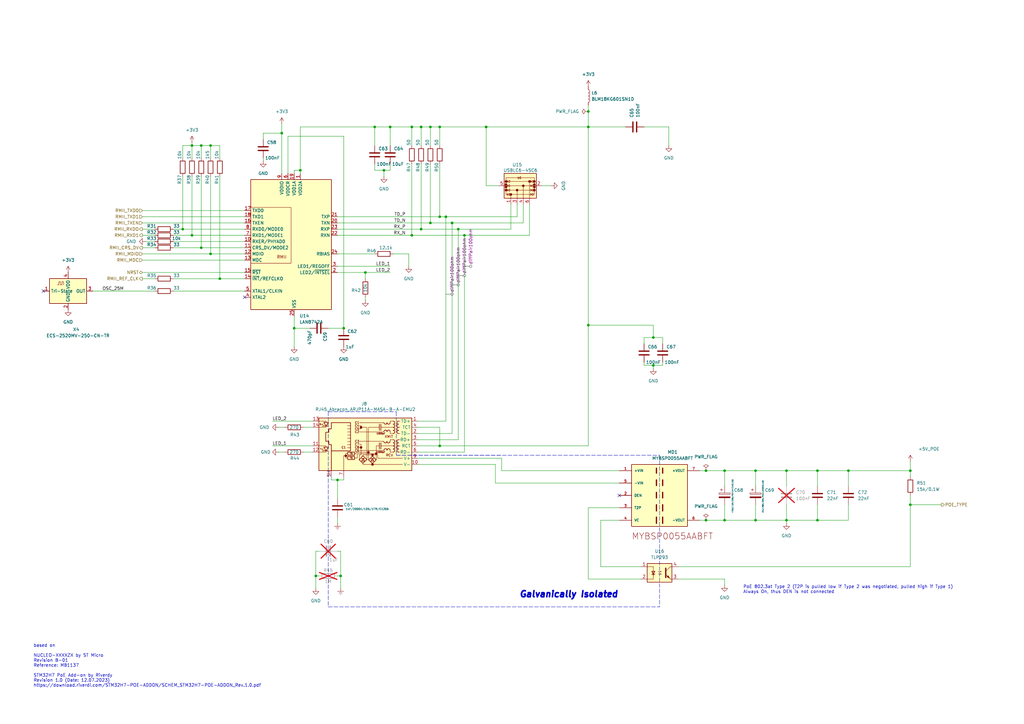
<source format=kicad_sch>
(kicad_sch (version 20231120) (generator "eeschema") (generator_version "8.0")
  (paper "A3")
  (lib_symbols
    (symbol "Connector:RJ45_Abracon_ARJP11A-MASA-B-A-EMU2"
      (property "Reference" "J" (at 18.415 12.7 0))
      (property "Value" "RJ45_Abracon_ARJP11A-MASA-B-A-EMU2" (at -4.445 12.7 0))
      (symbol "RJ45_Abracon_ARJP11A-MASA-B-A-EMU2_0_0"
        (text "C1" (at 4.699 9.525 0) (effects (font (size 0.889 0.889))))
        (text "C1" (at 10.16 -0.635 0) (effects (font (size 0.889 0.889))))
        (text "C2" (at 4.699 5.715 0) (effects (font (size 0.889 0.889))))
        (text "C3" (at 4.699 1.905 0) (effects (font (size 0.889 0.889))))
        (text "C4" (at 4.699 8.255 0) (effects (font (size 0.889 0.889))))
        (text "C5" (at 4.699 6.985 0) (effects (font (size 0.889 0.889))))
        (text "C6" (at 4.699 -1.905 0) (effects (font (size 0.889 0.889))))
        (text "C7" (at 4.699 0.635 0) (effects (font (size 0.889 0.889))))
        (text "C8" (at 4.699 -0.635 0) (effects (font (size 0.889 0.889))))
        (text "RCV" (at -10.16 -3.81 0) (effects (font (size 1.016 1.016)) (justify left)))
        (text "XMIT" (at -10.16 3.81 0) (effects (font (size 1.016 1.016)) (justify left)))
      )
      (symbol "RJ45_Abracon_ARJP11A-MASA-B-A-EMU2_1_0"
        (text "1000pF" (at -5.08 -2.54 0) (effects (font (size 0.635 0.635))))
        (text "1000pF" (at -5.08 5.08 0) (effects (font (size 0.635 0.635))))
      )
      (symbol "RJ45_Abracon_ARJP11A-MASA-B-A-EMU2_1_1"
        (text "75" (at 7.112 -4.953 0) (effects (font (size 0.635 0.635))))
        (text "75" (at 7.112 -3.175 0) (effects (font (size 0.635 0.635))))
        (text "G" (at 19.685 8.89 0) (effects (font (size 0.635 0.635))))
        (text "Y" (at 19.558 -1.27 0) (effects (font (size 0.635 0.635))))
        (pin passive line (at -20.32 10.16 0) (length 2.54) (name "TD+") (number "1"))
        (pin power_out line (at -20.32 -7.62 0) (length 2.54) (name "V-") (number "10"))
        (pin passive line (at 22.86 0 180) (length 2.54) (name "") (number "11"))
        (pin passive line (at 22.86 -2.54 180) (length 2.54) (name "") (number "12"))
        (pin passive line (at 22.86 10.16 180) (length 2.54) (name "") (number "13"))
        (pin passive line (at 22.86 7.62 180) (length 2.54) (name "") (number "14"))
        (pin passive line (at -20.32 5.08 0) (length 2.54) (name "TD-") (number "2"))
        (pin passive line (at -20.32 2.54 0) (length 2.54) (name "RD+") (number "3"))
        (pin passive line (at -20.32 7.62 0) (length 2.54) (name "TCT") (number "4"))
        (pin passive line (at -20.32 0 0) (length 2.54) (name "RCT") (number "5"))
        (pin passive line (at -20.32 -2.54 0) (length 2.54) (name "RD-") (number "6"))
        (pin power_in line (at 10.16 -12.7 90) (length 2.54) (name "") (number "7"))
        (pin no_connect line (at 20.32 5.08 0) (length 0) hide (name "NC") (number "8"))
        (pin power_out line (at -20.32 -5.08 0) (length 2.54) (name "V+") (number "9"))
        (pin passive line (at 15.24 -12.7 90) (length 2.54) (name "") (number "SH"))
      )
    )
    (symbol "Device:C" (pin_numbers hide) (pin_names (offset 0.254))
      (property "Reference" "C" (at 0.635 2.54 0))
      (property "Value" "C" (at 0.635 -2.54 0))
      (symbol "C_1_1"
        (pin passive line (at 0 3.81 270) (length 2.794) (name "~") (number "1"))
        (pin passive line (at 0 -3.81 90) (length 2.794) (name "~") (number "2"))
      )
    )
    (symbol "Device:C_Polarized" (pin_numbers hide) (pin_names (offset 0.254))
      (property "Reference" "C" (at 0.635 2.54 0))
      (property "Value" "C_Polarized" (at 0.635 -2.54 0))
      (symbol "C_Polarized_1_1"
        (pin passive line (at 0 3.81 270) (length 2.794) (name "~") (number "1"))
        (pin passive line (at 0 -3.81 90) (length 2.794) (name "~") (number "2"))
      )
    )
    (symbol "Device:L" (pin_numbers hide) (pin_names (offset 1.016) hide)
      (property "Reference" "L" (at -1.27 0 90))
      (property "Value" "L" (at 1.905 0 90))
      (symbol "L_1_1"
        (pin passive line (at 0 3.81 270) (length 1.27) (name "1") (number "1"))
        (pin passive line (at 0 -3.81 90) (length 1.27) (name "2") (number "2"))
      )
    )
    (symbol "Device:R" (pin_numbers hide) (pin_names (offset 0))
      (property "Reference" "R" (at 2.032 0 90))
      (property "Value" "R" (at 0 0 90))
      (symbol "R_1_1"
        (pin passive line (at 0 3.81 270) (length 1.27) (name "~") (number "1"))
        (pin passive line (at 0 -3.81 90) (length 1.27) (name "~") (number "2"))
      )
    )
    (symbol "GND_1" (power) (pin_numbers hide) (pin_names (offset 0) hide)
      (property "Value" "GND" (at 0 -3.81 0))
      (symbol "GND_1_1_1"
        (pin power_in line (at 0 0 270) (length 0) (name "~") (number "1"))
      )
    )
    (symbol "GND_10" (power) (pin_numbers hide) (pin_names (offset 0) hide)
      (property "Value" "GND" (at 0 -3.81 0))
      (symbol "GND_10_1_1"
        (pin power_in line (at 0 0 270) (length 0) (name "~") (number "1"))
      )
    )
    (symbol "GND_11" (power) (pin_numbers hide) (pin_names (offset 0) hide)
      (property "Value" "GND" (at 0 -3.81 0))
      (symbol "GND_11_1_1"
        (pin power_in line (at 0 0 270) (length 0) (name "~") (number "1"))
      )
    )
    (symbol "GND_12" (power) (pin_numbers hide) (pin_names (offset 0) hide)
      (property "Value" "GND" (at 0 -3.81 0))
      (symbol "GND_12_1_1"
        (pin power_in line (at 0 0 270) (length 0) (name "~") (number "1"))
      )
    )
    (symbol "GND_2" (power) (pin_numbers hide) (pin_names (offset 0) hide)
      (property "Value" "GND" (at 0 -3.81 0))
      (symbol "GND_2_1_1"
        (pin power_in line (at 0 0 270) (length 0) (name "~") (number "1"))
      )
    )
    (symbol "GND_3" (power) (pin_numbers hide) (pin_names (offset 0) hide)
      (property "Value" "GND" (at 0 -3.81 0))
      (symbol "GND_3_1_1"
        (pin power_in line (at 0 0 270) (length 0) (name "~") (number "1"))
      )
    )
    (symbol "GND_5" (power) (pin_numbers hide) (pin_names (offset 0) hide)
      (property "Value" "GND" (at 0 -3.81 0))
      (symbol "GND_5_1_1"
        (pin power_in line (at 0 0 270) (length 0) (name "~") (number "1"))
      )
    )
    (symbol "GND_6" (power) (pin_numbers hide) (pin_names (offset 0) hide)
      (property "Value" "GND" (at 0 -3.81 0))
      (symbol "GND_6_1_1"
        (pin power_in line (at 0 0 270) (length 0) (name "~") (number "1"))
      )
    )
    (symbol "GND_7" (power) (pin_numbers hide) (pin_names (offset 0) hide)
      (property "Value" "GND" (at 0 -3.81 0))
      (symbol "GND_7_1_1"
        (pin power_in line (at 0 0 270) (length 0) (name "~") (number "1"))
      )
    )
    (symbol "GND_8" (power) (pin_numbers hide) (pin_names (offset 0) hide)
      (property "Value" "GND" (at 0 -3.81 0))
      (symbol "GND_8_1_1"
        (pin power_in line (at 0 0 270) (length 0) (name "~") (number "1"))
      )
    )
    (symbol "GND_9" (power) (pin_numbers hide) (pin_names (offset 0) hide)
      (property "Value" "GND" (at 0 -3.81 0))
      (symbol "GND_9_1_1"
        (pin power_in line (at 0 0 270) (length 0) (name "~") (number "1"))
      )
    )
    (symbol "Interface_Ethernet:LAN8742A"
      (property "Reference" "U" (at -13.97 29.21 0))
      (property "Value" "LAN8742A" (at 15.24 29.21 0))
      (symbol "LAN8742A_0_0"
        (text "RMII" (at -5.08 -3.81 0) (effects (font (size 1.27 1.27))))
      )
      (symbol "LAN8742A_1_1"
        (pin power_in line (at 2.54 30.48 270) (length 2.54) (name "VDD2A") (number "1"))
        (pin output line (at -20.32 2.54 0) (length 2.54) (name "RXER/PHYAD0") (number "10"))
        (pin bidirectional line (at -20.32 0 0) (length 2.54) (name "CRS_DV/MODE2") (number "11"))
        (pin bidirectional line (at -20.32 -2.54 0) (length 2.54) (name "MDIO") (number "12"))
        (pin input line (at -20.32 -5.08 0) (length 2.54) (name "MDC") (number "13"))
        (pin output line (at -20.32 -12.7 0) (length 2.54) (name "~{INT}/REFCLKO") (number "14"))
        (pin input line (at -20.32 -10.16 0) (length 2.54) (name "~{RST}") (number "15"))
        (pin input line (at -20.32 10.16 0) (length 2.54) (name "TXEN") (number "16"))
        (pin input line (at -20.32 15.24 0) (length 2.54) (name "TXD0") (number "17"))
        (pin input line (at -20.32 12.7 0) (length 2.54) (name "TXD1") (number "18"))
        (pin power_in line (at 0 30.48 270) (length 2.54) (name "VDD1A") (number "19"))
        (pin bidirectional line (at 17.78 -10.16 180) (length 2.54) (name "LED2/~{INTSEL}") (number "2"))
        (pin passive line (at 17.78 10.16 180) (length 2.54) (name "TXN") (number "20"))
        (pin passive line (at 17.78 12.7 180) (length 2.54) (name "TXP") (number "21"))
        (pin passive line (at 17.78 5.08 180) (length 2.54) (name "RXN") (number "22"))
        (pin passive line (at 17.78 7.62 180) (length 2.54) (name "RXP") (number "23"))
        (pin passive line (at 17.78 -2.54 180) (length 2.54) (name "RBIAS") (number "24"))
        (pin power_in line (at 0 -27.94 90) (length 2.54) (name "VSS") (number "25"))
        (pin bidirectional line (at 17.78 -7.62 180) (length 2.54) (name "LED1/REGOFF") (number "3"))
        (pin output line (at -20.32 -20.32 0) (length 2.54) (name "XTAL2") (number "4"))
        (pin input line (at -20.32 -17.78 0) (length 2.54) (name "XTAL1/CLKIN") (number "5"))
        (pin power_in line (at -2.54 30.48 270) (length 2.54) (name "VDDCR") (number "6"))
        (pin bidirectional line (at -20.32 5.08 0) (length 2.54) (name "RXD1/MODE1") (number "7"))
        (pin bidirectional line (at -20.32 7.62 0) (length 2.54) (name "RXD0/MODE0") (number "8"))
        (pin power_in line (at -5.08 30.48 270) (length 2.54) (name "VDDIO") (number "9"))
      )
    )
    (symbol "Isolator:TLP293"
      (property "Reference" "U" (at -5.08 5.08 0))
      (property "Value" "TLP293" (at 0 5.08 0))
      (symbol "TLP293_1_1"
        (pin passive line (at -7.62 2.54 0) (length 2.54) (name "~") (number "1"))
        (pin passive line (at -7.62 -2.54 0) (length 2.54) (name "~") (number "2"))
        (pin passive line (at 7.62 -2.54 180) (length 2.54) (name "~") (number "3"))
        (pin passive line (at 7.62 2.54 180) (length 2.54) (name "~") (number "4"))
      )
    )
    (symbol "Oscillator:ECS-2520MV-xxx-xx"
      (property "Reference" "X" (at -5.08 6.35 0))
      (property "Value" "ECS-2520MV-xxx-xx" (at 1.27 -6.35 0))
      (symbol "ECS-2520MV-xxx-xx_1_1"
        (pin input line (at -10.16 0 0) (length 2.54) (name "Tri-State") (number "1"))
        (pin power_in line (at 0 -7.62 90) (length 2.54) (name "GND") (number "2"))
        (pin output line (at 10.16 0 180) (length 2.54) (name "OUT") (number "3"))
        (pin power_in line (at 0 7.62 270) (length 2.54) (name "VDD") (number "4"))
      )
    )
    (symbol "Power_Protection:USBLC6-4SC6" (pin_names hide)
      (property "Reference" "U" (at 1.27 9.525 0))
      (property "Value" "USBLC6-4SC6" (at 1.27 6.985 0))
      (symbol "USBLC6-4SC6_1_1"
        (pin passive line (at -7.62 2.54 0) (length 2.54) (name "I/O1") (number "1"))
        (pin passive line (at 0 -10.16 90) (length 2.54) (name "GND") (number "2"))
        (pin passive line (at -7.62 0 0) (length 2.54) (name "I/O2") (number "3"))
        (pin passive line (at -7.62 -2.54 0) (length 2.54) (name "I/O3") (number "4"))
        (pin passive line (at 0 7.62 270) (length 2.54) (name "VBUS") (number "5"))
        (pin passive line (at -7.62 -5.08 0) (length 2.54) (name "I/O4") (number "6"))
      )
    )
    (symbol "power:+3V3" (power) (pin_numbers hide) (pin_names (offset 0) hide)
      (property "Value" "+3V3" (at 0 3.556 0))
      (symbol "+3V3_1_1"
        (pin power_in line (at 0 0 90) (length 0) (name "~") (number "1"))
      )
    )
    (symbol "power:+5V" (power) (pin_numbers hide) (pin_names (offset 0) hide)
      (property "Value" "+5V" (at 0 3.556 0))
      (symbol "+5V_1_1"
        (pin power_in line (at 0 0 90) (length 0) (name "~") (number "1"))
      )
    )
    (symbol "power:Earth" (power) (pin_numbers hide) (pin_names (offset 0) hide)
      (property "Value" "Earth" (at 0 -3.81 0))
      (symbol "Earth_1_1"
        (pin power_in line (at 0 0 270) (length 0) (name "~") (number "1"))
      )
    )
    (symbol "power:PWR_FLAG" (power) (pin_numbers hide) (pin_names (offset 0) hide)
      (property "Value" "PWR_FLAG" (at 0 3.81 0))
      (symbol "PWR_FLAG_0_0"
        (pin power_out line (at 0 0 90) (length 0) (name "~") (number "1"))
      )
    )
    (symbol "visionAddOn:MYBSP0055AABFT" (pin_names (offset 1.016))
      (property "Reference" "MD" (at 2.54 -2.54 0))
      (property "Value" "MYBSP0055AABFT" (at 0 0 0))
      (symbol "MYBSP0055AABFT_0_0"
        (text "MYBSP0055AABFT" (at 2.54 -33.02 0) (effects (font (size 2.54 2.54)) (justify left top)))
        (pin power_in line (at -2.54 -7.62 0) (length 5.08) (name "+VIN") (number "1"))
        (pin input line (at -2.54 -17.78 0) (length 5.08) (name "DEN") (number "2"))
        (pin passive line (at -2.54 -22.86 0) (length 5.08) (name "T2P") (number "3"))
        (pin input line (at -2.54 -27.94 0) (length 5.08) (name "VC") (number "4"))
        (pin power_in line (at -2.54 -12.7 0) (length 5.08) (name "-VIN") (number "5"))
        (pin power_in line (at 30.48 -27.94 180) (length 5.08) (name "-VOUT") (number "6"))
        (pin power_in line (at 30.48 -7.62 180) (length 5.08) (name "+VOUT") (number "7"))
      )
    )
  )
  (junction (at 373.38 207.01))
  (junction (at 176.53 52.07))
  (junction (at 120.65 134.62))
  (junction (at 180.34 182.88))
  (junction (at 82.55 101.6))
  (junction (at 289.56 213.36))
  (junction (at 153.67 52.07))
  (junction (at 115.57 54.61))
  (junction (at 176.53 91.44))
  (junction (at 172.72 52.07))
  (junction (at 86.36 104.14))
  (junction (at 187.96 93.98))
  (junction (at 123.19 69.85))
  (junction (at 140.97 134.62))
  (junction (at 241.3 133.35))
  (junction (at 267.97 149.86))
  (junction (at 139.7 236.22))
  (junction (at 199.39 52.07))
  (junction (at 241.3 45.72))
  (junction (at 335.28 213.36))
  (junction (at 322.58 193.04))
  (junction (at 168.91 96.52))
  (junction (at 267.97 138.43))
  (junction (at 335.28 193.04))
  (junction (at 309.88 213.36))
  (junction (at 138.43 196.85))
  (junction (at 309.88 193.04))
  (junction (at 190.5 96.52))
  (junction (at 90.17 114.3))
  (junction (at 241.3 52.07))
  (junction (at 74.93 93.98))
  (junction (at 82.55 59.69))
  (junction (at 180.34 88.9))
  (junction (at 180.34 52.07))
  (junction (at 78.74 59.69))
  (junction (at 297.18 193.04))
  (junction (at 322.58 213.36))
  (junction (at 289.56 193.04))
  (junction (at 373.38 193.04))
  (junction (at 168.91 52.07))
  (junction (at 160.02 52.07))
  (junction (at 78.74 96.52))
  (junction (at 185.42 91.44))
  (junction (at 297.18 213.36))
  (junction (at 182.88 88.9))
  (junction (at 157.48 69.85))
  (junction (at 129.54 236.22))
  (junction (at 149.86 111.76))
  (junction (at 86.36 59.69))
  (junction (at 172.72 93.98))
  (junction (at 347.98 193.04))
  (no_connect (at 100.33 121.92))
  (no_connect (at 254 203.2))
  (no_connect (at 17.78 119.38))
  (wire (pts (xy 274.32 59.69) (xy 274.32 52.07)))
  (wire (pts (xy 322.58 193.04) (xy 335.28 193.04)))
  (wire (pts (xy 123.19 52.07) (xy 153.67 52.07)))
  (wire (pts (xy 373.38 195.58) (xy 373.38 193.04)))
  (wire (pts (xy 138.43 93.98) (xy 172.72 93.98)))
  (wire (pts (xy 168.91 52.07) (xy 168.91 59.69)))
  (wire (pts (xy 71.12 93.98) (xy 74.93 93.98)))
  (wire (pts (xy 309.88 193.04) (xy 309.88 199.39)))
  (wire (pts (xy 58.42 93.98) (xy 63.5 93.98)))
  (wire (pts (xy 107.95 54.61) (xy 115.57 54.61)))
  (wire (pts (xy 114.3 185.42) (xy 116.84 185.42)))
  (wire (pts (xy 140.97 196.85) (xy 138.43 196.85)))
  (wire (pts (xy 335.28 193.04) (xy 347.98 193.04)))
  (wire (pts (xy 171.45 175.26) (xy 180.34 175.26)))
  (wire (pts (xy 246.38 213.36) (xy 246.38 232.41)))
  (wire (pts (xy 322.58 213.36) (xy 322.58 214.63)))
  (wire (pts (xy 171.45 185.42) (xy 190.5 185.42)))
  (wire (pts (xy 264.16 149.86) (xy 264.16 148.59)))
  (wire (pts (xy 90.17 114.3) (xy 100.33 114.3)))
  (wire (pts (xy 71.12 119.38) (xy 100.33 119.38)))
  (wire (pts (xy 241.3 208.28) (xy 254 208.28)))
  (wire (pts (xy 135.89 195.58) (xy 135.89 196.85)))
  (wire (pts (xy 246.38 213.36) (xy 254 213.36)))
  (wire (pts (xy 82.55 101.6) (xy 100.33 101.6)))
  (wire (pts (xy 86.36 59.69) (xy 82.55 59.69)))
  (wire (pts (xy 111.76 172.72) (xy 128.27 172.72)))
  (wire (pts (xy 241.3 133.35) (xy 241.3 182.88)))
  (wire (pts (xy 267.97 149.86) (xy 264.16 149.86)))
  (wire (pts (xy 78.74 59.69) (xy 82.55 59.69)))
  (wire (pts (xy 139.7 236.22) (xy 138.43 236.22)))
  (polyline (pts (xy 134.62 248.92) (xy 270.51 248.92)) (stroke (width 0) (type dash)))
  (wire (pts (xy 58.42 101.6) (xy 63.5 101.6)))
  (polyline (pts (xy 270.51 186.69) (xy 270.51 248.92)) (stroke (width 0) (type dash)))
  (wire (pts (xy 241.3 52.07) (xy 256.54 52.07)))
  (wire (pts (xy 297.18 193.04) (xy 309.88 193.04)))
  (wire (pts (xy 347.98 193.04) (xy 347.98 199.39)))
  (wire (pts (xy 149.86 123.19) (xy 149.86 121.92)))
  (wire (pts (xy 157.48 69.85) (xy 157.48 72.39)))
  (wire (pts (xy 160.02 69.85) (xy 160.02 67.31)))
  (wire (pts (xy 74.93 93.98) (xy 100.33 93.98)))
  (wire (pts (xy 90.17 64.77) (xy 90.17 59.69)))
  (wire (pts (xy 309.88 207.01) (xy 309.88 213.36)))
  (wire (pts (xy 115.57 54.61) (xy 115.57 71.12)))
  (wire (pts (xy 129.54 226.06) (xy 130.81 226.06)))
  (wire (pts (xy 182.88 172.72) (xy 182.88 88.9)))
  (wire (pts (xy 297.18 237.49) (xy 297.18 240.03)))
  (wire (pts (xy 335.28 213.36) (xy 322.58 213.36)))
  (wire (pts (xy 171.45 177.8) (xy 185.42 177.8)))
  (wire (pts (xy 115.57 50.8) (xy 115.57 54.61)))
  (wire (pts (xy 171.45 172.72) (xy 182.88 172.72)))
  (wire (pts (xy 309.88 213.36) (xy 322.58 213.36)))
  (wire (pts (xy 217.17 96.52) (xy 190.5 96.52)))
  (wire (pts (xy 309.88 193.04) (xy 322.58 193.04)))
  (wire (pts (xy 71.12 114.3) (xy 90.17 114.3)))
  (wire (pts (xy 139.7 226.06) (xy 138.43 226.06)))
  (wire (pts (xy 129.54 236.22) (xy 129.54 241.3)))
  (wire (pts (xy 138.43 111.76) (xy 149.86 111.76)))
  (wire (pts (xy 118.11 55.88) (xy 140.97 55.88)))
  (wire (pts (xy 78.74 59.69) (xy 78.74 64.77)))
  (wire (pts (xy 271.78 148.59) (xy 271.78 149.86)))
  (wire (pts (xy 129.54 236.22) (xy 130.81 236.22)))
  (wire (pts (xy 205.74 193.04) (xy 254 193.04)))
  (wire (pts (xy 180.34 52.07) (xy 199.39 52.07)))
  (wire (pts (xy 322.58 207.01) (xy 322.58 213.36)))
  (wire (pts (xy 140.97 55.88) (xy 140.97 134.62)))
  (wire (pts (xy 123.19 52.07) (xy 123.19 69.85)))
  (wire (pts (xy 347.98 193.04) (xy 373.38 193.04)))
  (wire (pts (xy 241.3 43.18) (xy 241.3 45.72)))
  (wire (pts (xy 297.18 213.36) (xy 309.88 213.36)))
  (wire (pts (xy 149.86 111.76) (xy 160.02 111.76)))
  (wire (pts (xy 205.74 187.96) (xy 171.45 187.96)))
  (wire (pts (xy 267.97 149.86) (xy 267.97 151.13)))
  (wire (pts (xy 78.74 58.42) (xy 78.74 59.69)))
  (wire (pts (xy 153.67 52.07) (xy 160.02 52.07)))
  (wire (pts (xy 278.13 232.41) (xy 373.38 232.41)))
  (wire (pts (xy 120.65 69.85) (xy 123.19 69.85)))
  (wire (pts (xy 138.43 88.9) (xy 180.34 88.9)))
  (wire (pts (xy 58.42 104.14) (xy 86.36 104.14)))
  (wire (pts (xy 209.55 83.82) (xy 209.55 93.98)))
  (wire (pts (xy 160.02 52.07) (xy 168.91 52.07)))
  (wire (pts (xy 182.88 88.9) (xy 212.09 88.9)))
  (wire (pts (xy 297.18 207.01) (xy 297.18 213.36)))
  (wire (pts (xy 86.36 72.39) (xy 86.36 104.14)))
  (wire (pts (xy 58.42 96.52) (xy 63.5 96.52)))
  (wire (pts (xy 138.43 96.52) (xy 168.91 96.52)))
  (wire (pts (xy 176.53 67.31) (xy 176.53 91.44)))
  (wire (pts (xy 157.48 69.85) (xy 153.67 69.85)))
  (wire (pts (xy 129.54 226.06) (xy 129.54 236.22)))
  (wire (pts (xy 171.45 190.5) (xy 203.2 190.5)))
  (wire (pts (xy 172.72 52.07) (xy 172.72 59.69)))
  (wire (pts (xy 58.42 114.3) (xy 63.5 114.3)))
  (wire (pts (xy 267.97 133.35) (xy 267.97 138.43)))
  (wire (pts (xy 74.93 59.69) (xy 78.74 59.69)))
  (wire (pts (xy 212.09 88.9) (xy 212.09 83.82)))
  (wire (pts (xy 180.34 182.88) (xy 241.3 182.88)))
  (wire (pts (xy 289.56 213.36) (xy 297.18 213.36)))
  (wire (pts (xy 262.89 237.49) (xy 241.3 237.49)))
  (wire (pts (xy 347.98 207.01) (xy 347.98 213.36)))
  (wire (pts (xy 289.56 193.04) (xy 297.18 193.04)))
  (wire (pts (xy 157.48 69.85) (xy 160.02 69.85)))
  (wire (pts (xy 278.13 237.49) (xy 297.18 237.49)))
  (wire (pts (xy 335.28 207.01) (xy 335.28 213.36)))
  (wire (pts (xy 138.43 196.85) (xy 138.43 204.47)))
  (wire (pts (xy 78.74 72.39) (xy 78.74 96.52)))
  (wire (pts (xy 176.53 52.07) (xy 180.34 52.07)))
  (wire (pts (xy 111.76 182.88) (xy 128.27 182.88)))
  (wire (pts (xy 205.74 193.04) (xy 205.74 187.96)))
  (wire (pts (xy 180.34 175.26) (xy 180.34 182.88)))
  (polyline (pts (xy 162.56 186.69) (xy 270.51 186.69)) (stroke (width 0) (type dash)))
  (wire (pts (xy 199.39 52.07) (xy 241.3 52.07)))
  (wire (pts (xy 71.12 96.52) (xy 78.74 96.52)))
  (wire (pts (xy 187.96 93.98) (xy 209.55 93.98)))
  (wire (pts (xy 58.42 88.9) (xy 100.33 88.9)))
  (wire (pts (xy 246.38 232.41) (xy 262.89 232.41)))
  (wire (pts (xy 172.72 52.07) (xy 168.91 52.07)))
  (wire (pts (xy 185.42 91.44) (xy 185.42 177.8)))
  (wire (pts (xy 167.64 109.22) (xy 167.64 104.14)))
  (wire (pts (xy 134.62 134.62) (xy 140.97 134.62)))
  (wire (pts (xy 168.91 96.52) (xy 190.5 96.52)))
  (wire (pts (xy 373.38 189.23) (xy 373.38 193.04)))
  (wire (pts (xy 214.63 83.82) (xy 214.63 91.44)))
  (wire (pts (xy 124.46 185.42) (xy 128.27 185.42)))
  (polyline (pts (xy 162.56 168.91) (xy 162.56 186.69)) (stroke (width 0) (type dash)))
  (polyline (pts (xy 134.62 168.91) (xy 134.62 248.92)) (stroke (width 0) (type dash)))
  (wire (pts (xy 123.19 69.85) (xy 123.19 71.12)))
  (wire (pts (xy 160.02 52.07) (xy 160.02 59.69)))
  (wire (pts (xy 322.58 193.04) (xy 322.58 199.39)))
  (wire (pts (xy 120.65 69.85) (xy 120.65 71.12)))
  (wire (pts (xy 138.43 109.22) (xy 160.02 109.22)))
  (wire (pts (xy 74.93 64.77) (xy 74.93 59.69)))
  (wire (pts (xy 58.42 111.76) (xy 100.33 111.76)))
  (wire (pts (xy 74.93 72.39) (xy 74.93 93.98)))
  (wire (pts (xy 138.43 104.14) (xy 153.67 104.14)))
  (wire (pts (xy 180.34 67.31) (xy 180.34 88.9)))
  (wire (pts (xy 139.7 226.06) (xy 139.7 236.22)))
  (wire (pts (xy 114.3 175.26) (xy 116.84 175.26)))
  (wire (pts (xy 138.43 91.44) (xy 176.53 91.44)))
  (polyline (pts (xy 162.56 186.69) (xy 205.74 186.69)) (stroke (width 0) (type dash)))
  (wire (pts (xy 71.12 101.6) (xy 82.55 101.6)))
  (wire (pts (xy 149.86 111.76) (xy 149.86 114.3)))
  (wire (pts (xy 185.42 91.44) (xy 214.63 91.44)))
  (wire (pts (xy 264.16 140.97) (xy 264.16 138.43)))
  (wire (pts (xy 335.28 193.04) (xy 335.28 199.39)))
  (wire (pts (xy 153.67 67.31) (xy 153.67 69.85)))
  (wire (pts (xy 120.65 134.62) (xy 120.65 142.24)))
  (wire (pts (xy 287.02 213.36) (xy 289.56 213.36)))
  (wire (pts (xy 138.43 196.85) (xy 135.89 196.85)))
  (wire (pts (xy 78.74 96.52) (xy 100.33 96.52)))
  (wire (pts (xy 264.16 138.43) (xy 267.97 138.43)))
  (wire (pts (xy 107.95 64.77) (xy 107.95 66.04)))
  (wire (pts (xy 86.36 64.77) (xy 86.36 59.69)))
  (wire (pts (xy 120.65 134.62) (xy 120.65 129.54)))
  (wire (pts (xy 168.91 67.31) (xy 168.91 96.52)))
  (wire (pts (xy 373.38 203.2) (xy 373.38 207.01)))
  (wire (pts (xy 203.2 198.12) (xy 203.2 190.5)))
  (wire (pts (xy 172.72 93.98) (xy 187.96 93.98)))
  (wire (pts (xy 118.11 55.88) (xy 118.11 71.12)))
  (wire (pts (xy 58.42 86.36) (xy 100.33 86.36)))
  (wire (pts (xy 203.2 198.12) (xy 254 198.12)))
  (wire (pts (xy 171.45 180.34) (xy 187.96 180.34)))
  (wire (pts (xy 271.78 149.86) (xy 267.97 149.86)))
  (wire (pts (xy 140.97 195.58) (xy 140.97 196.85)))
  (wire (pts (xy 176.53 52.07) (xy 176.53 59.69)))
  (wire (pts (xy 176.53 91.44) (xy 185.42 91.44)))
  (wire (pts (xy 199.39 76.2) (xy 199.39 52.07)))
  (polyline (pts (xy 134.62 168.91) (xy 162.56 168.91)) (stroke (width 0) (type dash)))
  (wire (pts (xy 217.17 83.82) (xy 217.17 96.52)))
  (wire (pts (xy 58.42 106.68) (xy 100.33 106.68)))
  (wire (pts (xy 241.3 45.72) (xy 241.3 52.07)))
  (wire (pts (xy 264.16 52.07) (xy 274.32 52.07)))
  (wire (pts (xy 153.67 59.69) (xy 153.67 52.07)))
  (wire (pts (xy 180.34 52.07) (xy 180.34 59.69)))
  (wire (pts (xy 347.98 213.36) (xy 335.28 213.36)))
  (wire (pts (xy 241.3 52.07) (xy 241.3 133.35)))
  (wire (pts (xy 38.1 119.38) (xy 63.5 119.38)))
  (wire (pts (xy 176.53 52.07) (xy 172.72 52.07)))
  (wire (pts (xy 161.29 104.14) (xy 167.64 104.14)))
  (wire (pts (xy 138.43 212.09) (xy 138.43 214.63)))
  (wire (pts (xy 107.95 54.61) (xy 107.95 57.15)))
  (wire (pts (xy 287.02 193.04) (xy 289.56 193.04)))
  (wire (pts (xy 139.7 236.22) (xy 139.7 241.3)))
  (wire (pts (xy 241.3 133.35) (xy 267.97 133.35)))
  (wire (pts (xy 82.55 72.39) (xy 82.55 101.6)))
  (wire (pts (xy 180.34 88.9) (xy 182.88 88.9)))
  (wire (pts (xy 90.17 72.39) (xy 90.17 114.3)))
  (wire (pts (xy 373.38 232.41) (xy 373.38 207.01)))
  (wire (pts (xy 90.17 59.69) (xy 86.36 59.69)))
  (wire (pts (xy 124.46 175.26) (xy 128.27 175.26)))
  (wire (pts (xy 59.69 99.06) (xy 63.5 99.06)))
  (wire (pts (xy 297.18 193.04) (xy 297.18 199.39)))
  (wire (pts (xy 127 134.62) (xy 120.65 134.62)))
  (wire (pts (xy 82.55 59.69) (xy 82.55 64.77)))
  (wire (pts (xy 190.5 96.52) (xy 190.5 185.42)))
  (wire (pts (xy 222.25 76.2) (xy 226.06 76.2)))
  (wire (pts (xy 58.42 91.44) (xy 100.33 91.44)))
  (wire (pts (xy 199.39 76.2) (xy 204.47 76.2)))
  (wire (pts (xy 171.45 182.88) (xy 180.34 182.88)))
  (wire (pts (xy 241.3 237.49) (xy 241.3 208.28)))
  (wire (pts (xy 187.96 93.98) (xy 187.96 180.34)))
  (wire (pts (xy 71.12 99.06) (xy 100.33 99.06)))
  (wire (pts (xy 271.78 138.43) (xy 271.78 140.97)))
  (wire (pts (xy 172.72 67.31) (xy 172.72 93.98)))
  (wire (pts (xy 373.38 207.01) (xy 386.08 207.01)))
  (wire (pts (xy 267.97 138.43) (xy 271.78 138.43)))
  (wire (pts (xy 86.36 104.14) (xy 100.33 104.14)))
  (text "PoE 802.3at Type 2 (T2P is pulled low if Type 2 was negotiated, pulled high if Type 1)\nAlways On, thus DEN is not connected\n" (at 304.8 241.808 0) (effects (font (size 1.27 1.27)) (justify left)))
  (text "Galvanically Isolated" (at 212.852 245.364 0) (effects (font (size 2.54 2.54) (thickness 1.524) (bold yes) (italic yes)) (justify left bottom)))
  (text "based on\n\nNUCLEO-XXXXZX by ST Micro\nRevision B-01\nReference: MB1137\n\nSTM32H7 PoE Add-on by Riverdy\nRevision 1.0 (Date: 12.07.2023)\nhttps://download.riverdi.com/STM32H7-POE-ADDON/SCHEM_STM32H7-POE-ADDON_Rev.1.0.pdf" (at 13.716 273.05 0) (effects (font (size 1.27 1.27)) (justify left)))
  (label "LED_1" (at 111.76 182.88 0))
  (label "TD_P" (at 166.37 88.9 180))
  (label "LED_2" (at 160.02 111.76 180))
  (label "LED_2" (at 111.76 172.72 0))
  (label "OSC_25M" (at 50.8 119.38 180))
  (label "TD_N" (at 166.37 91.44 180))
  (label "RX_N" (at 166.37 96.52 180))
  (label "LED_1" (at 160.02 109.22 180))
  (label "RX_P" (at 166.37 93.98 180))
  (hierarchical_label "NRST" (shape bidirectional) (at 58.42 111.76 180))
  (hierarchical_label "RMII_RXD1" (shape output) (at 58.42 96.52 180))
  (hierarchical_label "RMII_MDC" (shape input) (at 58.42 106.68 180))
  (hierarchical_label "POE_TYPE" (shape output) (at 386.08 207.01 0))
  (hierarchical_label "RMII_REF_CLK" (shape output) (at 58.42 114.3 180))
  (hierarchical_label "RMII_RXDO" (shape output) (at 58.42 93.98 180))
  (hierarchical_label "RMII_MDIO" (shape input) (at 58.42 104.14 180))
  (hierarchical_label "RMII_CRS_DV" (shape output) (at 58.42 101.6 180))
  (hierarchical_label "RMII_TXEN" (shape input) (at 58.42 91.44 180))
  (hierarchical_label "RMII_TXD1" (shape input) (at 58.42 88.9 180))
  (hierarchical_label "RMII_TXD0" (shape input) (at 58.42 86.36 180))
  (netclass_flag "" (length 2.54) (shape round) (at 182.88 120.65 270) (property "Netclass" "diffPair100ohm" (at 185.42 119.9515 90) (effects (font (italic yes)) (justify left))))
  (netclass_flag "" (length 2.54) (shape round) (at 185.42 116.84 270) (property "Netclass" "diffPair100ohm" (at 187.96 116.1415 90) (effects (font (italic yes)) (justify left))))
  (netclass_flag "" (length 2.54) (shape round) (at 187.96 113.03 270) (property "Netclass" "diffPair100ohm" (at 190.5 112.3315 90) (effects (font (italic yes)) (justify left))))
  (netclass_flag "" (length 2.54) (shape round) (at 190.5 109.22 270) (property "Netclass" "diffPair100ohm" (at 193.04 108.5215 90) (effects (font (italic yes)) (justify left))))
  (symbol (lib_name "GND_12") (lib_id "power:GND") (at 297.18 240.03 0) (unit 1)
    (property "Reference" "#PWR0139" (effects (hide yes)))
    (property "Value" "GND" (at 297.18 245.11 0))
    (property "Description" "Power symbol creates a global label with name \"GND\" , ground" (effects (hide yes)))
  )
  (symbol (lib_id "Device:R") (at 90.17 68.58 180) (unit 1)
    (property "Reference" "R41" (at 88.9 73.66 90))
    (property "Value" "10k" (at 88.9 63.5 90))
    (property "Footprint" "Resistor_SMD:R_0402_1005Metric" (effects (hide yes)))
    (property "DigiKey-Partnumber" "311-10KJRTR-ND" (effects (hide yes)))
    (property "CUBUS" "10K RESC1005X35" (effects (hide yes)))
  )
  (symbol (lib_name "GND_12") (lib_id "power:GND") (at 322.58 214.63 0) (unit 1)
    (property "Reference" "#PWR0140" (effects (hide yes)))
    (property "Value" "GND" (at 322.58 219.71 0))
    (property "Description" "Power symbol creates a global label with name \"GND\" , ground" (effects (hide yes)))
  )
  (symbol (lib_id "Interface_Ethernet:LAN8742A") (at 120.65 101.6 0) (unit 1)
    (property "Reference" "U14" (at 122.8441 129.54 0) (effects (justify left)))
    (property "Value" "LAN8742A" (at 122.8441 132.08 0) (effects (justify left)))
    (property "Footprint" "Package_DFN_QFN:VQFN-24-1EP_4x4mm_P0.5mm_EP2.5x2.5mm_ThermalVias" (effects (hide yes)))
    (property "Datasheet" "http://ww1.microchip.com/downloads/en/DeviceDoc/8742a.pdf" (effects (hide yes)))
    (property "Description" "LAN8720 Ethernet PHY with RMII interface, QFN-24" (effects (hide yes)))
    (property "DigiKey-Partnumber" "LAN8742A-CZ-TR-ND" (effects (hide yes)))
  )
  (symbol (lib_id "Device:C") (at 335.28 203.2 0) (unit 1)
    (property "Reference" "C71" (at 339.09 201.9299 0) (effects (justify left)))
    (property "Value" "22nF" (at 339.09 204.4699 0) (effects (justify left)))
    (property "Footprint" "Capacitor_SMD:C_0603_1608Metric" (effects (hide yes)))
    (property "Description" "Unpolarized capacitor" (effects (hide yes)))
    (property "DigiKey-Partnumber" "490-17777-2-ND" (effects (hide yes)))
  )
  (symbol (lib_id "Device:R") (at 86.36 68.58 180) (unit 1)
    (property "Reference" "R40" (at 85.09 73.66 90))
    (property "Value" "1k5" (at 85.09 63.5 90))
    (property "Footprint" "Resistor_SMD:R_0402_1005Metric" (effects (hide yes)))
    (property "DigiKey-Partnumber" "311-1.5KJRTR-ND" (effects (hide yes)))
  )
  (symbol (lib_name "GND_8") (lib_id "power:GND") (at 267.97 151.13 0) (unit 1)
    (property "Reference" "#PWR0137" (effects (hide yes)))
    (property "Value" "GND" (at 267.97 156.21 0))
    (property "Description" "Power symbol creates a global label with name \"GND\" , ground" (effects (hide yes)))
  )
  (symbol (lib_id "Isolator:TLP293") (at 270.51 234.95 0) (unit 1)
    (property "Reference" "U16" (at 270.51 226.06 0))
    (property "Value" "TLP293" (at 270.51 228.6 0))
    (property "Footprint" "Package_SO:SOIC-4_4.55x2.6mm_P1.27mm" (effects (hide yes)))
    (property "Datasheet" "https://toshiba.semicon-storage.com/info/TLP293_datasheet_en_20191129.pdf?did=14419&prodName=TLP293" (effects (hide yes)))
    (property "Description" "DC Optocoupler, Vce 80V, CTR 50-100%, SOP4" (effects (hide yes)))
    (property "DigiKey-Partnumber" "TLP293(GB-TPLETR-ND" (effects (hide yes)))
  )
  (symbol (lib_id "Power_Protection:USBLC6-4SC6") (at 212.09 76.2 90) (unit 1)
    (property "Reference" "U15" (at 214.122 67.564 90) (effects (justify left)))
    (property "Value" "USBLC6-4SC6" (at 220.472 69.85 90) (effects (justify left)))
    (property "Footprint" "Package_TO_SOT_SMD:SOT-23-6" (effects (hide yes)))
    (property "Datasheet" "https://www.st.com/resource/en/datasheet/usblc6-4.pdf" (effects (hide yes)))
    (property "Description" "Very low capacitance ESD protection diode, 4 data-line, SOT-23-6" (effects (hide yes)))
    (property "DigiKey-Partnumber" "497-4492-2-ND" (effects (hide yes)))
  )
  (symbol (lib_id "power:+3V3") (at 115.57 50.8 0) (unit 1)
    (property "Reference" "#PWR0126" (effects (hide yes)))
    (property "Value" "+3V3" (at 115.57 45.72 0))
    (property "Description" "Power symbol creates a global label with name \"+3V3\"" (effects (hide yes)))
  )
  (symbol (lib_id "Device:C") (at 322.58 203.2 0) (unit 1) (dnp yes)
    (property "Reference" "C70" (at 326.39 201.9299 0) (effects (justify left)))
    (property "Value" "100nF" (at 326.39 204.4699 0) (effects (justify left)))
    (property "Footprint" "Capacitor_SMD:C_0603_1608Metric" (effects (hide yes)))
    (property "Description" "Unpolarized capacitor" (effects (hide yes)))
    (property "DigiKey-Partnumber" "311-1088-2-ND" (effects (hide yes)))
    (property "CUBUS" "100N CAPC1608X80" (effects (hide yes)))
  )
  (symbol (lib_name "GND_6") (lib_id "power:GND") (at 167.64 109.22 0) (unit 1)
    (property "Reference" "#PWR0134" (effects (hide yes)))
    (property "Value" "GND" (at 167.64 114.3 0))
    (property "Description" "Power symbol creates a global label with name \"GND\" , ground" (effects (hide yes)))
  )
  (symbol (lib_name "GND_2") (lib_id "power:GND") (at 59.69 99.06 270) (unit 1)
    (property "Reference" "#PWR0122" (effects (hide yes)))
    (property "Value" "GND" (at 55.88 99.0599 90) (effects (justify right)))
    (property "Description" "Power symbol creates a global label with name \"GND\" , ground" (effects (hide yes)))
  )
  (symbol (lib_id "power:+3V3") (at 241.3 35.56 0) (unit 1)
    (property "Reference" "#PWR0136" (effects (hide yes)))
    (property "Value" "+3V3" (at 241.3 30.48 0))
    (property "Description" "Power symbol creates a global label with name \"+3V3\"" (effects (hide yes)))
  )
  (symbol (lib_id "Device:R") (at 373.38 199.39 0) (unit 1)
    (property "Reference" "R51" (at 375.92 198.1199 0) (effects (justify left)))
    (property "Value" "15k/0.1W" (at 375.92 200.6599 0) (effects (justify left)))
    (property "Footprint" "Resistor_SMD:R_0402_1005Metric" (effects (hide yes)))
    (property "Description" "Resistor" (effects (hide yes)))
    (property "DigiKey-Partnumber" "P15.0KLTR-ND" (effects (hide yes)))
  )
  (symbol (lib_id "visionAddOn:MYBSP0055AABFT") (at 256.54 185.42 0) (unit 1)
    (property "Reference" "MD1" (at 275.8695 185.42 0))
    (property "Value" "MYBSP0055AABFT" (at 275.8695 187.96 0))
    (property "Footprint" "visionAddOn:MYBSP0055AABFT_0" (effects (hide yes)))
    (property "Datasheet" "https://www.murata.com/products/productdata/8807034454046/MYBSP0055AABFT.pdf" (effects (hide yes)))
    (property "Package" "SMD-7 Murata Power Solutions Inc." (effects (hide yes)))
    (property "DigiKey-Partnumber" "811-MYBSP0055AABFTTR-ND" (effects (hide yes)))
  )
  (symbol (lib_name "GND_9") (lib_id "power:GND") (at 274.32 59.69 0) (unit 1)
    (property "Reference" "#PWR0138" (effects (hide yes)))
    (property "Value" "GND" (at 274.32 64.77 0))
    (property "Description" "Power symbol creates a global label with name \"GND\" , ground" (effects (hide yes)))
  )
  (symbol (lib_id "Device:R") (at 78.74 68.58 180) (unit 1)
    (property "Reference" "R38" (at 77.47 73.66 90))
    (property "Value" "10k" (at 77.47 63.5 90))
    (property "Footprint" "Resistor_SMD:R_0402_1005Metric" (effects (hide yes)))
    (property "DigiKey-Partnumber" "311-10KJRTR-ND" (effects (hide yes)))
    (property "CUBUS" "10K RESC1005X35" (effects (hide yes)))
  )
  (symbol (lib_id "Device:R") (at 82.55 68.58 180) (unit 1)
    (property "Reference" "R39" (at 81.28 73.66 90))
    (property "Value" "10k" (at 81.28 63.5 90))
    (property "Footprint" "Resistor_SMD:R_0402_1005Metric" (effects (hide yes)))
    (property "DigiKey-Partnumber" "311-10KJRTR-ND" (effects (hide yes)))
    (property "CUBUS" "10K RESC1005X35" (effects (hide yes)))
  )
  (symbol (lib_id "Device:R") (at 180.34 63.5 180) (unit 1)
    (property "Reference" "R50" (at 179.07 68.58 90))
    (property "Value" "50" (at 179.07 58.42 90))
    (property "Footprint" "Resistor_SMD:R_0402_1005Metric" (effects (hide yes)))
    (property "DigiKey-Partnumber" "13-RT0402BRE0750RLTR-ND" (effects (hide yes)))
  )
  (symbol (lib_id "Device:R") (at 134.62 236.22 270) (unit 1) (dnp yes)
    (property "Reference" "R45" (at 134.62 233.934 90))
    (property "Value" "1M" (at 134.62 238.506 90))
    (property "Footprint" "Resistor_SMD:R_0402_1005Metric" (effects (hide yes)))
    (property "DigiKey-Partnumber" "311-1.00MLRTR-ND" (effects (hide yes)))
    (property "CUBUS" "1M RESC1005X35" (effects (hide yes)))
  )
  (symbol (lib_id "Device:C") (at 264.16 144.78 180) (unit 1)
    (property "Reference" "C66" (at 265.684 142.24 0) (effects (justify right)))
    (property "Value" "100nF" (at 264.922 148.59 0) (effects (justify right)))
    (property "Footprint" "Capacitor_SMD:C_0402_1005Metric" (effects (hide yes)))
    (property "DigiKey-Partnumber" "490-6328-2-ND" (effects (hide yes)))
    (property "CUBUS" "100N CAPC1005X50" (effects (hide yes)))
  )
  (symbol (lib_id "Device:R") (at 176.53 63.5 180) (unit 1)
    (property "Reference" "R49" (at 175.26 68.58 90))
    (property "Value" "50" (at 175.26 58.42 90))
    (property "Footprint" "Resistor_SMD:R_0402_1005Metric" (effects (hide yes)))
    (property "DigiKey-Partnumber" "13-RT0402BRE0750RLTR-ND" (effects (hide yes)))
  )
  (symbol (lib_id "Device:C") (at 260.35 52.07 90) (unit 1)
    (property "Reference" "C65" (at 259.0799 48.26 0) (effects (justify left)))
    (property "Value" "100nF" (at 261.6199 48.26 0) (effects (justify left)))
    (property "Footprint" "Capacitor_SMD:C_0402_1005Metric" (effects (hide yes)))
    (property "DigiKey-Partnumber" "490-6328-2-ND" (effects (hide yes)))
    (property "CUBUS" "100N CAPC1005X50" (effects (hide yes)))
  )
  (symbol (lib_id "power:+3V3") (at 78.74 58.42 0) (unit 1)
    (property "Reference" "#PWR0123" (effects (hide yes)))
    (property "Value" "+3V3" (at 78.74 53.34 0))
    (property "Description" "Power symbol creates a global label with name \"+3V3\"" (effects (hide yes)))
  )
  (symbol (lib_id "power:+5V") (at 373.38 189.23 0) (unit 1)
    (property "Reference" "#PWR0141" (effects (hide yes)))
    (property "Value" "+5V_POE" (at 381 184.15 0))
    (property "Description" "Power symbol creates a global label with name \"+5V\"" (effects (hide yes)))
  )
  (symbol (lib_name "GND_8") (lib_id "power:GND") (at 157.48 72.39 0) (unit 1)
    (property "Reference" "#PWR0133" (effects (hide yes)))
    (property "Value" "GND" (at 157.48 77.47 0))
    (property "Description" "Power symbol creates a global label with name \"GND\" , ground" (effects (hide yes)))
  )
  (symbol (lib_id "Device:R") (at 67.31 119.38 90) (unit 1)
    (property "Reference" "R36" (at 62.23 118.11 90))
    (property "Value" "33" (at 72.39 118.11 90))
    (property "Footprint" "Resistor_SMD:R_0402_1005Metric" (effects (hide yes)))
    (property "DigiKey-Partnumber" "311-33.0LRTR-ND" (effects (hide yes)))
  )
  (symbol (lib_name "GND_5") (lib_id "power:GND") (at 140.97 142.24 0) (unit 1)
    (property "Reference" "#PWR0132" (effects (hide yes)))
    (property "Value" "GND" (at 140.97 147.32 0))
    (property "Description" "Power symbol creates a global label with name \"GND\" , ground" (effects (hide yes)))
  )
  (symbol (lib_name "GND_10") (lib_id "power:GND") (at 129.54 241.3 0) (unit 1)
    (property "Reference" "#PWR0129" (effects (hide yes)))
    (property "Value" "GND" (at 129.54 246.38 0))
    (property "Description" "Power symbol creates a global label with name \"GND\" , ground" (effects (hide yes)))
  )
  (symbol (lib_id "Device:R") (at 168.91 63.5 180) (unit 1)
    (property "Reference" "R47" (at 167.64 68.58 90))
    (property "Value" "50" (at 167.64 58.42 90))
    (property "Footprint" "Resistor_SMD:R_0402_1005Metric" (effects (hide yes)))
    (property "DigiKey-Partnumber" "13-RT0402BRE0750RLTR-ND" (effects (hide yes)))
  )
  (symbol (lib_id "Device:C") (at 138.43 208.28 0) (mirror x) (unit 1)
    (property "Reference" "C61" (at 140.97 207.01 0) (effects (justify left)))
    (property "Value" "1nF/2000V/10%/X7R/C1206" (at 141.732 208.788 0) (effects (font (size 0.7874 0.7874)) (justify left)))
    (property "Footprint" "Capacitor_SMD:C_1206_3216Metric" (effects (hide yes)))
    (property "Description" "Unpolarized capacitor" (effects (hide yes)))
    (property "DigiKey-Partnumber" "709-VPDD202W102K1GV001ETR-ND" (effects (hide yes)))
  )
  (symbol (lib_id "Device:R") (at 172.72 63.5 180) (unit 1)
    (property "Reference" "R48" (at 171.45 68.58 90))
    (property "Value" "50" (at 171.45 58.42 90))
    (property "Footprint" "Resistor_SMD:R_0402_1005Metric" (effects (hide yes)))
    (property "DigiKey-Partnumber" "13-RT0402BRE0750RLTR-ND" (effects (hide yes)))
  )
  (symbol (lib_id "Device:C") (at 134.62 226.06 270) (unit 1) (dnp yes)
    (property "Reference" "C60" (at 136.652 221.996 90) (effects (justify right)))
    (property "Value" "1uF" (at 138.684 229.616 90) (effects (justify right)))
    (property "Footprint" "Capacitor_SMD:C_0402_1005Metric" (effects (hide yes)))
    (property "DigiKey-Partnumber" "490-10024-2-ND" (effects (hide yes)))
    (property "CUBUS" "1U CAPC1005X50" (effects (hide yes)))
  )
  (symbol (lib_name "GND_11") (lib_id "power:GND") (at 114.3 175.26 270) (unit 1)
    (property "Reference" "#PWR0125" (effects (hide yes)))
    (property "Value" "GND" (at 110.49 175.2599 90) (effects (justify right)))
    (property "Description" "Power symbol creates a global label with name \"GND\" , ground" (effects (hide yes)))
  )
  (symbol (lib_id "Device:C") (at 160.02 63.5 180) (unit 1)
    (property "Reference" "C64" (at 161.544 60.96 0) (effects (justify right)))
    (property "Value" "10uF" (at 160.782 67.31 0) (effects (justify right)))
    (property "Footprint" "Capacitor_SMD:C_0402_1005Metric" (effects (hide yes)))
    (property "DigiKey-Partnumber" "490-GRM155R61A106ME11DTR-ND" (effects (hide yes)))
  )
  (symbol (lib_id "Device:C_Polarized") (at 297.18 203.2 0) (unit 1)
    (property "Reference" "C68" (at 300.99 201.0409 0) (effects (justify left)))
    (property "Value" "470uF/10V/20%/PCF1A471MCL1GS" (at 300.482 210.312 90) (effects (font (size 0.508 0.508)) (justify left)))
    (property "Footprint" "Capacitor_SMD:CP_Elec_10x10" (effects (hide yes)))
    (property "Datasheet" "https://www.nichicon.co.jp/english/series_items/catalog_pdf/e-pcf.pdf" (effects (hide yes)))
    (property "Description" "Polarized capacitor" (effects (hide yes)))
    (property "DigiKey-Partnumber" "493-2996-2-ND" (effects (hide yes)))
  )
  (symbol (lib_id "power:PWR_FLAG") (at 289.56 213.36 0) (unit 1)
    (property "Reference" "#FLG07" (effects (hide yes)))
    (property "Value" "PWR_FLAG" (at 289.56 207.6704 0))
    (property "Description" "Special symbol for telling ERC where power comes from" (effects (hide yes)))
  )
  (symbol (lib_id "Device:R") (at 149.86 118.11 180) (unit 1)
    (property "Reference" "R42" (at 146.05 119.126 0))
    (property "Value" "10k" (at 149.86 118.11 90))
    (property "Footprint" "Resistor_SMD:R_0402_1005Metric" (effects (hide yes)))
    (property "DigiKey-Partnumber" "311-10KJRTR-ND" (effects (hide yes)))
    (property "CUBUS" "10K RESC1005X35" (effects (hide yes)))
  )
  (symbol (lib_id "Device:R") (at 120.65 175.26 270) (unit 1)
    (property "Reference" "R43" (at 120.904 178.308 90))
    (property "Value" "270" (at 120.65 175.26 90))
    (property "Footprint" "Resistor_SMD:R_0402_1005Metric" (effects (hide yes)))
    (property "DigiKey-Partnumber" "541-4842-2-ND" (effects (hide yes)))
    (property "CUBUS" "270 RESC1005X35" (effects (hide yes)))
  )
  (symbol (lib_name "GND_7") (lib_id "power:GND") (at 226.06 76.2 90) (unit 1)
    (property "Reference" "#PWR0135" (effects (hide yes)))
    (property "Value" "GND" (at 231.14 76.2 0))
    (property "Description" "Power symbol creates a global label with name \"GND\" , ground" (effects (hide yes)))
  )
  (symbol (lib_name "GND_5") (lib_id "power:GND") (at 120.65 142.24 0) (unit 1)
    (property "Reference" "#PWR0127" (effects (hide yes)))
    (property "Value" "GND" (at 120.65 147.32 0))
    (property "Description" "Power symbol creates a global label with name \"GND\" , ground" (effects (hide yes)))
  )
  (symbol (lib_id "Device:R") (at 157.48 104.14 90) (unit 1)
    (property "Reference" "R46" (at 152.4 102.87 90))
    (property "Value" "12.1k" (at 158.242 101.6 90))
    (property "Footprint" "Resistor_SMD:R_0402_1005Metric" (effects (hide yes)))
    (property "DigiKey-Partnumber" "311-12.1KLRTR-ND" (effects (hide yes)))
  )
  (symbol (lib_name "GND_10") (lib_id "power:GND") (at 114.3 185.42 270) (unit 1)
    (property "Reference" "#PWR0128" (effects (hide yes)))
    (property "Value" "GND" (at 108.966 185.42 90))
    (property "Description" "Power symbol creates a global label with name \"GND\" , ground" (effects (hide yes)))
  )
  (symbol (lib_id "Device:L") (at 241.3 39.37 0) (unit 1)
    (property "Reference" "L6" (at 242.57 38.0999 0) (effects (justify left)))
    (property "Value" "BLM18KG601SN1D" (at 242.57 40.6399 0) (effects (justify left)))
    (property "Footprint" "Inductor_SMD:L_0603_1608Metric" (effects (hide yes)))
    (property "Description" "Inductor" (effects (hide yes)))
    (property "DigiKey-Partnumber" "490-5258-2-ND" (effects (hide yes)))
  )
  (symbol (lib_id "Device:C_Polarized") (at 309.88 203.2 0) (unit 1)
    (property "Reference" "C69" (at 313.69 201.0409 0) (effects (justify left)))
    (property "Value" "22uF/80V/20%/PCH1J220MCL4GS" (at 312.928 210.312 90) (effects (font (size 0.508 0.508)) (justify left)))
    (property "Footprint" "Capacitor_SMD:CP_Elec_6.3x7.7" (effects (hide yes)))
    (property "Datasheet" "https://www.nichicon.co.jp/english/series_items/catalog_pdf/e-pch.pdf" (effects (hide yes)))
    (property "Description" "Polarized capacitor" (effects (hide yes)))
    (property "DigiKey-Partnumber" "PCH1J220MCL4GTR-ND" (effects (hide yes)))
  )
  (symbol (lib_id "Device:C") (at 107.95 60.96 180) (unit 1)
    (property "Reference" "C58" (at 109.474 58.42 0) (effects (justify right)))
    (property "Value" "100nF" (at 108.712 64.77 0) (effects (justify right)))
    (property "Footprint" "Capacitor_SMD:C_0402_1005Metric" (effects (hide yes)))
    (property "DigiKey-Partnumber" "490-6328-2-ND" (effects (hide yes)))
    (property "CUBUS" "100N CAPC1005X50" (effects (hide yes)))
  )
  (symbol (lib_id "Device:R") (at 67.31 93.98 90) (unit 1)
    (property "Reference" "R31" (at 62.23 92.71 90))
    (property "Value" "33" (at 72.39 92.71 90))
    (property "Footprint" "Resistor_SMD:R_0402_1005Metric" (effects (hide yes)))
    (property "DigiKey-Partnumber" "311-33.0LRTR-ND" (effects (hide yes)))
  )
  (symbol (lib_id "power:PWR_FLAG") (at 289.56 193.04 0) (unit 1)
    (property "Reference" "#FLG06" (effects (hide yes)))
    (property "Value" "PWR_FLAG" (at 289.56 187.3504 0))
    (property "Description" "Special symbol for telling ERC where power comes from" (effects (hide yes)))
  )
  (symbol (lib_name "GND_1") (lib_id "power:GND") (at 27.94 127 0) (unit 1)
    (property "Reference" "#PWR0121" (effects (hide yes)))
    (property "Value" "GND" (at 27.94 132.08 0))
    (property "Description" "Power symbol creates a global label with name \"GND\" , ground" (effects (hide yes)))
  )
  (symbol (lib_id "Device:R") (at 67.31 96.52 90) (unit 1)
    (property "Reference" "R32" (at 62.23 95.25 90))
    (property "Value" "33" (at 72.39 95.25 90))
    (property "Footprint" "Resistor_SMD:R_0402_1005Metric" (effects (hide yes)))
    (property "DigiKey-Partnumber" "311-33.0LRTR-ND" (effects (hide yes)))
  )
  (symbol (lib_id "power:+3V3") (at 27.94 111.76 0) (unit 1)
    (property "Reference" "#PWR0120" (effects (hide yes)))
    (property "Value" "+3V3" (at 27.94 106.68 0))
    (property "Description" "Power symbol creates a global label with name \"+3V3\"" (effects (hide yes)))
  )
  (symbol (lib_name "GND_6") (lib_id "power:GND") (at 149.86 123.19 0) (unit 1)
    (property "Reference" "#PWR0156" (effects (hide yes)))
    (property "Value" "GND" (at 149.86 128.27 0))
    (property "Description" "Power symbol creates a global label with name \"GND\" , ground" (effects (hide yes)))
  )
  (symbol (lib_id "Oscillator:ECS-2520MV-xxx-xx") (at 27.94 119.38 0) (unit 1)
    (property "Reference" "X4" (at 31.242 135.128 0))
    (property "Value" "ECS-2520MV-250-CN-TR" (at 32.004 137.668 0))
    (property "Footprint" "Oscillator:Oscillator_SMD_ECS_2520MV-xxx-xx-4Pin_2.5x2.0mm" (effects (hide yes)))
    (property "Datasheet" "https://www.ecsxtal.com/store/pdf/ECS-2520MV.pdf" (effects (hide yes)))
    (property "Description" "HCMOS Crystal Clock Oscillator, 2.5x2.0 mm SMD" (effects (hide yes)))
    (property "DigiKey-Partnumber" "XC2752TR-ND" (effects (hide yes)))
  )
  (symbol (lib_id "Device:C") (at 347.98 203.2 0) (unit 1)
    (property "Reference" "C72" (at 351.79 201.9299 0) (effects (justify left)))
    (property "Value" "22nF" (at 351.79 204.4699 0) (effects (justify left)))
    (property "Footprint" "Capacitor_SMD:C_0603_1608Metric" (effects (hide yes)))
    (property "Description" "Unpolarized capacitor" (effects (hide yes)))
    (property "DigiKey-Partnumber" "490-17777-2-ND" (effects (hide yes)))
  )
  (symbol (lib_name "GND_3") (lib_id "power:GND") (at 107.95 66.04 0) (unit 1)
    (property "Reference" "#PWR0124" (effects (hide yes)))
    (property "Value" "GND" (at 107.95 71.12 0))
    (property "Description" "Power symbol creates a global label with name \"GND\" , ground" (effects (hide yes)))
  )
  (symbol (lib_id "Device:R") (at 67.31 114.3 90) (unit 1)
    (property "Reference" "R35" (at 62.23 113.03 90))
    (property "Value" "33" (at 72.39 113.03 90))
    (property "Footprint" "Resistor_SMD:R_0402_1005Metric" (effects (hide yes)))
    (property "DigiKey-Partnumber" "311-33.0LRTR-ND" (effects (hide yes)))
  )
  (symbol (lib_id "Device:R") (at 67.31 101.6 90) (unit 1)
    (property "Reference" "R34" (at 62.23 100.33 90))
    (property "Value" "33" (at 72.39 100.33 90))
    (property "Footprint" "Resistor_SMD:R_0402_1005Metric" (effects (hide yes)))
    (property "DigiKey-Partnumber" "311-33.0LRTR-ND" (effects (hide yes)))
  )
  (symbol (lib_id "Device:R") (at 67.31 99.06 90) (unit 1)
    (property "Reference" "R33" (at 62.23 97.79 90))
    (property "Value" "10k" (at 72.39 97.79 90))
    (property "Footprint" "Resistor_SMD:R_0402_1005Metric" (effects (hide yes)))
    (property "DigiKey-Partnumber" "311-10KJRTR-ND" (effects (hide yes)))
    (property "CUBUS" "10K RESC1005X35" (effects (hide yes)))
  )
  (symbol (lib_id "power:Earth") (at 138.43 214.63 0) (mirror y) (unit 1)
    (property "Reference" "#PWR0130" (effects (hide yes)))
    (property "Value" "Earth" (effects (hide yes)))
    (property "Description" "Power symbol creates a global label with name \"Earth\"" (effects (hide yes)))
  )
  (symbol (lib_id "Device:C") (at 130.81 134.62 90) (unit 1)
    (property "Reference" "C59" (at 133.35 136.144 0) (effects (justify right)))
    (property "Value" "470pF" (at 127 135.382 0) (effects (justify right)))
    (property "Footprint" "Capacitor_SMD:C_0402_1005Metric" (effects (hide yes)))
    (property "DigiKey-Partnumber" "490-1300-2-ND" (effects (hide yes)))
    (property "CUBUS" "470P CAPC1005X50" (effects (hide yes)))
  )
  (symbol (lib_id "Device:R") (at 74.93 68.58 180) (unit 1)
    (property "Reference" "R37" (at 73.66 73.66 90))
    (property "Value" "10k" (at 73.66 63.5 90))
    (property "Footprint" "Resistor_SMD:R_0402_1005Metric" (effects (hide yes)))
    (property "DigiKey-Partnumber" "311-10KJRTR-ND" (effects (hide yes)))
    (property "CUBUS" "10K RESC1005X35" (effects (hide yes)))
  )
  (symbol (lib_id "Device:C") (at 153.67 63.5 180) (unit 1)
    (property "Reference" "C63" (at 155.194 60.96 0) (effects (justify right)))
    (property "Value" "100nF" (at 154.432 67.31 0) (effects (justify right)))
    (property "Footprint" "Capacitor_SMD:C_0402_1005Metric" (effects (hide yes)))
    (property "DigiKey-Partnumber" "490-6328-2-ND" (effects (hide yes)))
    (property "CUBUS" "100N CAPC1005X50" (effects (hide yes)))
  )
  (symbol (lib_id "power:Earth") (at 139.7 241.3 0) (mirror y) (unit 1)
    (property "Reference" "#PWR0131" (effects (hide yes)))
    (property "Value" "Earth" (effects (hide yes)))
    (property "Description" "Power symbol creates a global label with name \"Earth\"" (effects (hide yes)))
  )
  (symbol (lib_id "power:PWR_FLAG") (at 241.3 45.72 90) (unit 1)
    (property "Reference" "#FLG05" (effects (hide yes)))
    (property "Value" "PWR_FLAG" (at 237.49 45.7199 90) (effects (justify left)))
    (property "Description" "Special symbol for telling ERC where power comes from" (effects (hide yes)))
  )
  (symbol (lib_id "Device:C") (at 271.78 144.78 180) (unit 1)
    (property "Reference" "C67" (at 273.304 142.24 0) (effects (justify right)))
    (property "Value" "100nF" (at 272.542 148.59 0) (effects (justify right)))
    (property "Footprint" "Capacitor_SMD:C_0402_1005Metric" (effects (hide yes)))
    (property "DigiKey-Partnumber" "490-6328-2-ND" (effects (hide yes)))
    (property "CUBUS" "100N CAPC1005X50" (effects (hide yes)))
  )
  (symbol (lib_id "Device:C") (at 140.97 138.43 180) (unit 1)
    (property "Reference" "C62" (at 142.494 135.89 0) (effects (justify right)))
    (property "Value" "1uF" (at 141.732 142.24 0) (effects (justify right)))
    (property "Footprint" "Capacitor_SMD:C_0402_1005Metric" (effects (hide yes)))
    (property "DigiKey-Partnumber" "490-10024-2-ND" (effects (hide yes)))
    (property "CUBUS" "1U CAPC1005X50" (effects (hide yes)))
  )
  (symbol (lib_id "Device:R") (at 120.65 185.42 270) (unit 1)
    (property "Reference" "R44" (at 120.904 187.96 90))
    (property "Value" "270" (at 120.65 185.42 90))
    (property "Footprint" "Resistor_SMD:R_0402_1005Metric" (effects (hide yes)))
    (property "DigiKey-Partnumber" "541-4842-2-ND" (effects (hide yes)))
    (property "CUBUS" "270 RESC1005X35" (effects (hide yes)))
  )
  (symbol (lib_id "Connector:RJ45_Abracon_ARJP11A-MASA-B-A-EMU2") (at 151.13 182.88 0) (mirror y) (unit 1)
    (property "Reference" "J8" (at 149.352 165.608 0))
    (property "Value" "RJ45_Abracon_ARJP11A-MASA-B-A-EMU2" (at 149.86 167.894 0))
    (property "Footprint" "Connector_RJ:RJ45_Abracon_ARJP11A-MA_Horizontal" (effects (hide yes)))
    (property "Datasheet" "https://abracon.com/Magnetics/lan/ARJP11A.PDF" (effects (hide yes)))
    (property "Description" "RJ45 PoE 10/100 Base-TX Jack with Magnetic Module" (effects (hide yes)))
    (property "DigiKey-Partnumber" "ARJP11A-MASA-B-A-EMU2-ND" (effects (hide yes)))
  )
)
</source>
